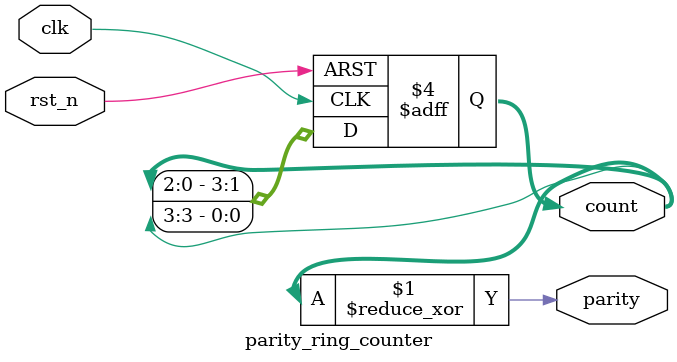
<source format=sv>
module parity_ring_counter(
    input wire clk,
    input wire rst_n,
    output reg [3:0] count,
    output wire parity // 1 if odd number of 1s
);
    assign parity = ^count; // XOR reduction for parity
    
    always @(posedge clk or negedge rst_n) begin
        if (!rst_n)
            count <= 4'b0001;
        else
            count <= {count[2:0], count[3]};
    end
endmodule

</source>
